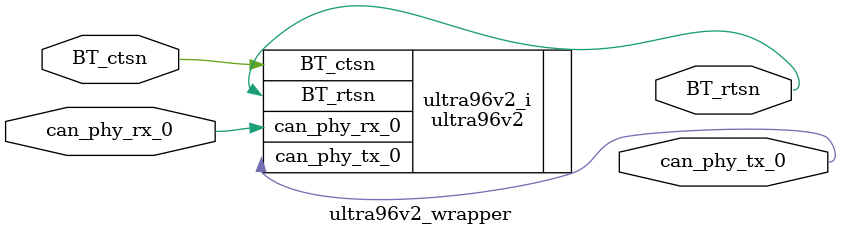
<source format=v>
`timescale 1 ps / 1 ps

module ultra96v2_wrapper
   (BT_ctsn,
    BT_rtsn,
    can_phy_rx_0,
    can_phy_tx_0);
  input BT_ctsn;
  output BT_rtsn;
  input can_phy_rx_0;
  output can_phy_tx_0;

  wire BT_ctsn;
  wire BT_rtsn;
  wire can_phy_rx_0;
  wire can_phy_tx_0;

  ultra96v2 ultra96v2_i
       (.BT_ctsn(BT_ctsn),
        .BT_rtsn(BT_rtsn),
        .can_phy_rx_0(can_phy_rx_0),
        .can_phy_tx_0(can_phy_tx_0));
endmodule

</source>
